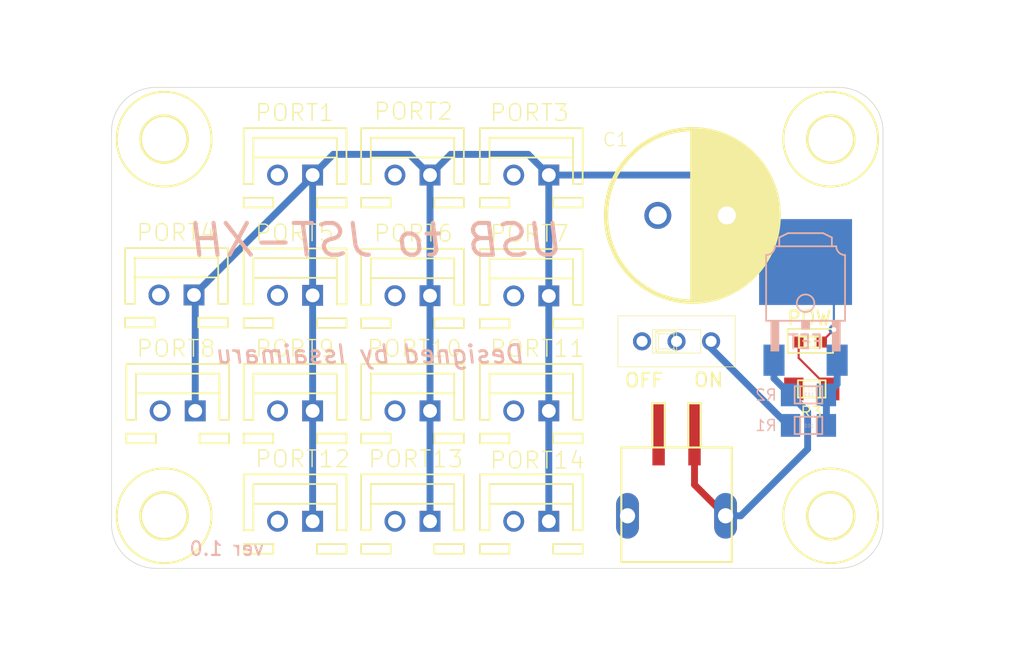
<source format=kicad_pcb>
(kicad_pcb (version 20171130) (host pcbnew "(5.1.10)-1")

  (general
    (thickness 1.6)
    (drawings 22)
    (tracks 42)
    (zones 0)
    (modules 26)
    (nets 7)
  )

  (page A4)
  (layers
    (0 Top signal)
    (31 Bottom signal)
    (32 B.Adhes user)
    (33 F.Adhes user)
    (34 B.Paste user)
    (35 F.Paste user)
    (36 B.SilkS user)
    (37 F.SilkS user)
    (38 B.Mask user)
    (39 F.Mask user)
    (40 Dwgs.User user)
    (41 Cmts.User user)
    (42 Eco1.User user)
    (43 Eco2.User user)
    (44 Edge.Cuts user)
    (45 Margin user)
    (46 B.CrtYd user)
    (47 F.CrtYd user)
    (48 B.Fab user)
    (49 F.Fab user)
  )

  (setup
    (last_trace_width 0.25)
    (trace_clearance 0.1524)
    (zone_clearance 0.508)
    (zone_45_only no)
    (trace_min 0.1524)
    (via_size 0.8)
    (via_drill 0.4)
    (via_min_size 0.4)
    (via_min_drill 0.3)
    (uvia_size 0.3)
    (uvia_drill 0.1)
    (uvias_allowed no)
    (uvia_min_size 0.2)
    (uvia_min_drill 0.1)
    (edge_width 0.05)
    (segment_width 0.2)
    (pcb_text_width 0.3)
    (pcb_text_size 1.5 1.5)
    (mod_edge_width 0.12)
    (mod_text_size 1 1)
    (mod_text_width 0.15)
    (pad_size 1.524 1.524)
    (pad_drill 0.762)
    (pad_to_mask_clearance 0)
    (aux_axis_origin 0 0)
    (visible_elements FFFFFF7F)
    (pcbplotparams
      (layerselection 0x010fc_ffffffff)
      (usegerberextensions false)
      (usegerberattributes true)
      (usegerberadvancedattributes true)
      (creategerberjobfile true)
      (excludeedgelayer true)
      (linewidth 0.100000)
      (plotframeref false)
      (viasonmask false)
      (mode 1)
      (useauxorigin false)
      (hpglpennumber 1)
      (hpglpenspeed 20)
      (hpglpendiameter 15.000000)
      (psnegative false)
      (psa4output false)
      (plotreference true)
      (plotvalue true)
      (plotinvisibletext false)
      (padsonsilk false)
      (subtractmaskfromsilk false)
      (outputformat 1)
      (mirror false)
      (drillshape 1)
      (scaleselection 1)
      (outputdirectory ""))
  )

  (net 0 "")
  (net 1 VCC)
  (net 2 GND)
  (net 3 N$1)
  (net 4 N$2)
  (net 5 SGND)
  (net 6 N$3)

  (net_class Default "This is the default net class."
    (clearance 0.1524)
    (trace_width 0.25)
    (via_dia 0.8)
    (via_drill 0.4)
    (uvia_dia 0.3)
    (uvia_drill 0.1)
    (add_net GND)
    (add_net N$1)
    (add_net N$2)
    (add_net N$3)
    (add_net SGND)
    (add_net VCC)
  )

  (module USB_JST-XH_Converter:B2B-XH (layer Top) (tedit 0) (tstamp 635F9F8E)
    (at 133.8611 93.9286)
    (descr "<b>JST XH Connector</b>\n\n<p>JST 2.54mm connector. Folded beam contact, box-shaped shrouded header, header with a boss, interchangeability, conformance to the HA terminal</p>\n\n<p>Datasheet: <a href=\"http://www.jst-mfg.com/product/pdf/eng/eXH.pdf\"> eXH.pdf</a></p>")
    (fp_text reference PORT1 (at -2.97 -3.81) (layer F.SilkS)
      (effects (font (size 1.2065 1.2065) (thickness 0.09652)) (justify left bottom))
    )
    (fp_text value 02-JST (at -1.27 3.81) (layer F.Fab) hide
      (effects (font (size 1.2065 1.2065) (thickness 0.1016)) (justify left bottom))
    )
    (fp_line (start 1.58 1.65) (end 1.58 2.35) (layer F.SilkS) (width 0.127))
    (fp_line (start 1.58 1.65) (end 3.72 1.65) (layer F.SilkS) (width 0.127))
    (fp_line (start 3.72 2.35) (end 3.72 1.65) (layer F.SilkS) (width 0.127))
    (fp_line (start 1.58 2.35) (end 3.72 2.35) (layer F.SilkS) (width 0.127))
    (fp_line (start -1.58 1.65) (end -1.58 2.35) (layer F.SilkS) (width 0.127))
    (fp_line (start 3.02 0.65) (end 3.72 0.65) (layer F.SilkS) (width 0.127))
    (fp_line (start -3.72 0.65) (end -3.02 0.65) (layer F.SilkS) (width 0.127))
    (fp_line (start -3.02 -1.27) (end 3.02 -1.27) (layer F.SilkS) (width 0.127))
    (fp_line (start -3.02 -1.27) (end -3.02 -2.7) (layer F.SilkS) (width 0.127))
    (fp_line (start -3.02 0.65) (end -3.02 -1.27) (layer F.SilkS) (width 0.127))
    (fp_line (start -1.58 1.65) (end -3.72 1.65) (layer F.SilkS) (width 0.127))
    (fp_line (start 3.02 -1.27) (end 3.02 0.65) (layer F.SilkS) (width 0.127))
    (fp_line (start 3.02 -2.7) (end 3.02 -1.27) (layer F.SilkS) (width 0.127))
    (fp_line (start -3.02 -2.7) (end 3.02 -2.7) (layer F.SilkS) (width 0.127))
    (fp_line (start -3.72 0.65) (end -3.72 -3.4) (layer F.SilkS) (width 0.127))
    (fp_line (start -3.72 2.35) (end -3.72 1.65) (layer F.SilkS) (width 0.127))
    (fp_line (start -1.58 2.35) (end -3.72 2.35) (layer F.SilkS) (width 0.127))
    (fp_line (start 3.72 -3.4) (end 3.72 0.65) (layer F.SilkS) (width 0.127))
    (fp_line (start -3.72 -3.4) (end 3.72 -3.4) (layer F.SilkS) (width 0.127))
    (pad 1 thru_hole rect (at 1.27 0) (size 1.508 1.508) (drill 1) (layers *.Cu *.Mask)
      (net 5 SGND) (solder_mask_margin 0.1016))
    (pad 2 thru_hole circle (at -1.27 0) (size 1.508 1.508) (drill 1) (layers *.Cu *.Mask)
      (net 1 VCC) (solder_mask_margin 0.1016))
  )

  (module USB_JST-XH_Converter:B2B-XH (layer Top) (tedit 0) (tstamp 635F9FA6)
    (at 142.3611 111.0186)
    (descr "<b>JST XH Connector</b>\n\n<p>JST 2.54mm connector. Folded beam contact, box-shaped shrouded header, header with a boss, interchangeability, conformance to the HA terminal</p>\n\n<p>Datasheet: <a href=\"http://www.jst-mfg.com/product/pdf/eng/eXH.pdf\"> eXH.pdf</a></p>")
    (fp_text reference PORT10 (at -3.37 -3.81) (layer F.SilkS)
      (effects (font (size 1.2065 1.2065) (thickness 0.09652)) (justify left bottom))
    )
    (fp_text value 02-JST (at -1.27 3.81) (layer F.Fab) hide
      (effects (font (size 1.2065 1.2065) (thickness 0.1016)) (justify left bottom))
    )
    (fp_line (start 1.58 1.65) (end 1.58 2.35) (layer F.SilkS) (width 0.127))
    (fp_line (start 1.58 1.65) (end 3.72 1.65) (layer F.SilkS) (width 0.127))
    (fp_line (start 3.72 2.35) (end 3.72 1.65) (layer F.SilkS) (width 0.127))
    (fp_line (start 1.58 2.35) (end 3.72 2.35) (layer F.SilkS) (width 0.127))
    (fp_line (start -1.58 1.65) (end -1.58 2.35) (layer F.SilkS) (width 0.127))
    (fp_line (start 3.02 0.65) (end 3.72 0.65) (layer F.SilkS) (width 0.127))
    (fp_line (start -3.72 0.65) (end -3.02 0.65) (layer F.SilkS) (width 0.127))
    (fp_line (start -3.02 -1.27) (end 3.02 -1.27) (layer F.SilkS) (width 0.127))
    (fp_line (start -3.02 -1.27) (end -3.02 -2.7) (layer F.SilkS) (width 0.127))
    (fp_line (start -3.02 0.65) (end -3.02 -1.27) (layer F.SilkS) (width 0.127))
    (fp_line (start -1.58 1.65) (end -3.72 1.65) (layer F.SilkS) (width 0.127))
    (fp_line (start 3.02 -1.27) (end 3.02 0.65) (layer F.SilkS) (width 0.127))
    (fp_line (start 3.02 -2.7) (end 3.02 -1.27) (layer F.SilkS) (width 0.127))
    (fp_line (start -3.02 -2.7) (end 3.02 -2.7) (layer F.SilkS) (width 0.127))
    (fp_line (start -3.72 0.65) (end -3.72 -3.4) (layer F.SilkS) (width 0.127))
    (fp_line (start -3.72 2.35) (end -3.72 1.65) (layer F.SilkS) (width 0.127))
    (fp_line (start -1.58 2.35) (end -3.72 2.35) (layer F.SilkS) (width 0.127))
    (fp_line (start 3.72 -3.4) (end 3.72 0.65) (layer F.SilkS) (width 0.127))
    (fp_line (start -3.72 -3.4) (end 3.72 -3.4) (layer F.SilkS) (width 0.127))
    (pad 1 thru_hole rect (at 1.27 0) (size 1.508 1.508) (drill 1) (layers *.Cu *.Mask)
      (net 5 SGND) (solder_mask_margin 0.1016))
    (pad 2 thru_hole circle (at -1.27 0) (size 1.508 1.508) (drill 1) (layers *.Cu *.Mask)
      (net 1 VCC) (solder_mask_margin 0.1016))
  )

  (module USB_JST-XH_Converter:B2B-XH (layer Top) (tedit 0) (tstamp 635F9FBE)
    (at 150.9611 111.0186)
    (descr "<b>JST XH Connector</b>\n\n<p>JST 2.54mm connector. Folded beam contact, box-shaped shrouded header, header with a boss, interchangeability, conformance to the HA terminal</p>\n\n<p>Datasheet: <a href=\"http://www.jst-mfg.com/product/pdf/eng/eXH.pdf\"> eXH.pdf</a></p>")
    (fp_text reference PORT11 (at -3.07 -3.81) (layer F.SilkS)
      (effects (font (size 1.2065 1.2065) (thickness 0.09652)) (justify left bottom))
    )
    (fp_text value 02-JST (at -1.27 3.81) (layer F.Fab) hide
      (effects (font (size 1.2065 1.2065) (thickness 0.1016)) (justify left bottom))
    )
    (fp_line (start 1.58 1.65) (end 1.58 2.35) (layer F.SilkS) (width 0.127))
    (fp_line (start 1.58 1.65) (end 3.72 1.65) (layer F.SilkS) (width 0.127))
    (fp_line (start 3.72 2.35) (end 3.72 1.65) (layer F.SilkS) (width 0.127))
    (fp_line (start 1.58 2.35) (end 3.72 2.35) (layer F.SilkS) (width 0.127))
    (fp_line (start -1.58 1.65) (end -1.58 2.35) (layer F.SilkS) (width 0.127))
    (fp_line (start 3.02 0.65) (end 3.72 0.65) (layer F.SilkS) (width 0.127))
    (fp_line (start -3.72 0.65) (end -3.02 0.65) (layer F.SilkS) (width 0.127))
    (fp_line (start -3.02 -1.27) (end 3.02 -1.27) (layer F.SilkS) (width 0.127))
    (fp_line (start -3.02 -1.27) (end -3.02 -2.7) (layer F.SilkS) (width 0.127))
    (fp_line (start -3.02 0.65) (end -3.02 -1.27) (layer F.SilkS) (width 0.127))
    (fp_line (start -1.58 1.65) (end -3.72 1.65) (layer F.SilkS) (width 0.127))
    (fp_line (start 3.02 -1.27) (end 3.02 0.65) (layer F.SilkS) (width 0.127))
    (fp_line (start 3.02 -2.7) (end 3.02 -1.27) (layer F.SilkS) (width 0.127))
    (fp_line (start -3.02 -2.7) (end 3.02 -2.7) (layer F.SilkS) (width 0.127))
    (fp_line (start -3.72 0.65) (end -3.72 -3.4) (layer F.SilkS) (width 0.127))
    (fp_line (start -3.72 2.35) (end -3.72 1.65) (layer F.SilkS) (width 0.127))
    (fp_line (start -1.58 2.35) (end -3.72 2.35) (layer F.SilkS) (width 0.127))
    (fp_line (start 3.72 -3.4) (end 3.72 0.65) (layer F.SilkS) (width 0.127))
    (fp_line (start -3.72 -3.4) (end 3.72 -3.4) (layer F.SilkS) (width 0.127))
    (pad 1 thru_hole rect (at 1.27 0) (size 1.508 1.508) (drill 1) (layers *.Cu *.Mask)
      (net 5 SGND) (solder_mask_margin 0.1016))
    (pad 2 thru_hole circle (at -1.27 0) (size 1.508 1.508) (drill 1) (layers *.Cu *.Mask)
      (net 1 VCC) (solder_mask_margin 0.1016))
  )

  (module USB_JST-XH_Converter:B2B-XH (layer Top) (tedit 0) (tstamp 635F9FD6)
    (at 133.8611 119.0186)
    (descr "<b>JST XH Connector</b>\n\n<p>JST 2.54mm connector. Folded beam contact, box-shaped shrouded header, header with a boss, interchangeability, conformance to the HA terminal</p>\n\n<p>Datasheet: <a href=\"http://www.jst-mfg.com/product/pdf/eng/eXH.pdf\"> eXH.pdf</a></p>")
    (fp_text reference PORT12 (at -2.97 -3.81) (layer F.SilkS)
      (effects (font (size 1.2065 1.2065) (thickness 0.09652)) (justify left bottom))
    )
    (fp_text value 02-JST (at -1.27 3.81) (layer F.Fab) hide
      (effects (font (size 1.2065 1.2065) (thickness 0.1016)) (justify left bottom))
    )
    (fp_line (start 1.58 1.65) (end 1.58 2.35) (layer F.SilkS) (width 0.127))
    (fp_line (start 1.58 1.65) (end 3.72 1.65) (layer F.SilkS) (width 0.127))
    (fp_line (start 3.72 2.35) (end 3.72 1.65) (layer F.SilkS) (width 0.127))
    (fp_line (start 1.58 2.35) (end 3.72 2.35) (layer F.SilkS) (width 0.127))
    (fp_line (start -1.58 1.65) (end -1.58 2.35) (layer F.SilkS) (width 0.127))
    (fp_line (start 3.02 0.65) (end 3.72 0.65) (layer F.SilkS) (width 0.127))
    (fp_line (start -3.72 0.65) (end -3.02 0.65) (layer F.SilkS) (width 0.127))
    (fp_line (start -3.02 -1.27) (end 3.02 -1.27) (layer F.SilkS) (width 0.127))
    (fp_line (start -3.02 -1.27) (end -3.02 -2.7) (layer F.SilkS) (width 0.127))
    (fp_line (start -3.02 0.65) (end -3.02 -1.27) (layer F.SilkS) (width 0.127))
    (fp_line (start -1.58 1.65) (end -3.72 1.65) (layer F.SilkS) (width 0.127))
    (fp_line (start 3.02 -1.27) (end 3.02 0.65) (layer F.SilkS) (width 0.127))
    (fp_line (start 3.02 -2.7) (end 3.02 -1.27) (layer F.SilkS) (width 0.127))
    (fp_line (start -3.02 -2.7) (end 3.02 -2.7) (layer F.SilkS) (width 0.127))
    (fp_line (start -3.72 0.65) (end -3.72 -3.4) (layer F.SilkS) (width 0.127))
    (fp_line (start -3.72 2.35) (end -3.72 1.65) (layer F.SilkS) (width 0.127))
    (fp_line (start -1.58 2.35) (end -3.72 2.35) (layer F.SilkS) (width 0.127))
    (fp_line (start 3.72 -3.4) (end 3.72 0.65) (layer F.SilkS) (width 0.127))
    (fp_line (start -3.72 -3.4) (end 3.72 -3.4) (layer F.SilkS) (width 0.127))
    (pad 1 thru_hole rect (at 1.27 0) (size 1.508 1.508) (drill 1) (layers *.Cu *.Mask)
      (net 5 SGND) (solder_mask_margin 0.1016))
    (pad 2 thru_hole circle (at -1.27 0) (size 1.508 1.508) (drill 1) (layers *.Cu *.Mask)
      (net 1 VCC) (solder_mask_margin 0.1016))
  )

  (module USB_JST-XH_Converter:B2B-XH (layer Top) (tedit 0) (tstamp 635F9FEE)
    (at 142.3611 93.9286)
    (descr "<b>JST XH Connector</b>\n\n<p>JST 2.54mm connector. Folded beam contact, box-shaped shrouded header, header with a boss, interchangeability, conformance to the HA terminal</p>\n\n<p>Datasheet: <a href=\"http://www.jst-mfg.com/product/pdf/eng/eXH.pdf\"> eXH.pdf</a></p>")
    (fp_text reference PORT2 (at -2.87 -3.91) (layer F.SilkS)
      (effects (font (size 1.2065 1.2065) (thickness 0.09652)) (justify left bottom))
    )
    (fp_text value 02-JST (at -1.27 3.81) (layer F.Fab) hide
      (effects (font (size 1.2065 1.2065) (thickness 0.1016)) (justify left bottom))
    )
    (fp_line (start 1.58 1.65) (end 1.58 2.35) (layer F.SilkS) (width 0.127))
    (fp_line (start 1.58 1.65) (end 3.72 1.65) (layer F.SilkS) (width 0.127))
    (fp_line (start 3.72 2.35) (end 3.72 1.65) (layer F.SilkS) (width 0.127))
    (fp_line (start 1.58 2.35) (end 3.72 2.35) (layer F.SilkS) (width 0.127))
    (fp_line (start -1.58 1.65) (end -1.58 2.35) (layer F.SilkS) (width 0.127))
    (fp_line (start 3.02 0.65) (end 3.72 0.65) (layer F.SilkS) (width 0.127))
    (fp_line (start -3.72 0.65) (end -3.02 0.65) (layer F.SilkS) (width 0.127))
    (fp_line (start -3.02 -1.27) (end 3.02 -1.27) (layer F.SilkS) (width 0.127))
    (fp_line (start -3.02 -1.27) (end -3.02 -2.7) (layer F.SilkS) (width 0.127))
    (fp_line (start -3.02 0.65) (end -3.02 -1.27) (layer F.SilkS) (width 0.127))
    (fp_line (start -1.58 1.65) (end -3.72 1.65) (layer F.SilkS) (width 0.127))
    (fp_line (start 3.02 -1.27) (end 3.02 0.65) (layer F.SilkS) (width 0.127))
    (fp_line (start 3.02 -2.7) (end 3.02 -1.27) (layer F.SilkS) (width 0.127))
    (fp_line (start -3.02 -2.7) (end 3.02 -2.7) (layer F.SilkS) (width 0.127))
    (fp_line (start -3.72 0.65) (end -3.72 -3.4) (layer F.SilkS) (width 0.127))
    (fp_line (start -3.72 2.35) (end -3.72 1.65) (layer F.SilkS) (width 0.127))
    (fp_line (start -1.58 2.35) (end -3.72 2.35) (layer F.SilkS) (width 0.127))
    (fp_line (start 3.72 -3.4) (end 3.72 0.65) (layer F.SilkS) (width 0.127))
    (fp_line (start -3.72 -3.4) (end 3.72 -3.4) (layer F.SilkS) (width 0.127))
    (pad 1 thru_hole rect (at 1.27 0) (size 1.508 1.508) (drill 1) (layers *.Cu *.Mask)
      (net 5 SGND) (solder_mask_margin 0.1016))
    (pad 2 thru_hole circle (at -1.27 0) (size 1.508 1.508) (drill 1) (layers *.Cu *.Mask)
      (net 1 VCC) (solder_mask_margin 0.1016))
  )

  (module USB_JST-XH_Converter:B2B-XH (layer Top) (tedit 0) (tstamp 635FA006)
    (at 150.9611 93.9286)
    (descr "<b>JST XH Connector</b>\n\n<p>JST 2.54mm connector. Folded beam contact, box-shaped shrouded header, header with a boss, interchangeability, conformance to the HA terminal</p>\n\n<p>Datasheet: <a href=\"http://www.jst-mfg.com/product/pdf/eng/eXH.pdf\"> eXH.pdf</a></p>")
    (fp_text reference PORT3 (at -3.07 -3.81) (layer F.SilkS)
      (effects (font (size 1.2065 1.2065) (thickness 0.09652)) (justify left bottom))
    )
    (fp_text value 02-JST (at -1.27 3.81) (layer F.Fab) hide
      (effects (font (size 1.2065 1.2065) (thickness 0.1016)) (justify left bottom))
    )
    (fp_line (start 1.58 1.65) (end 1.58 2.35) (layer F.SilkS) (width 0.127))
    (fp_line (start 1.58 1.65) (end 3.72 1.65) (layer F.SilkS) (width 0.127))
    (fp_line (start 3.72 2.35) (end 3.72 1.65) (layer F.SilkS) (width 0.127))
    (fp_line (start 1.58 2.35) (end 3.72 2.35) (layer F.SilkS) (width 0.127))
    (fp_line (start -1.58 1.65) (end -1.58 2.35) (layer F.SilkS) (width 0.127))
    (fp_line (start 3.02 0.65) (end 3.72 0.65) (layer F.SilkS) (width 0.127))
    (fp_line (start -3.72 0.65) (end -3.02 0.65) (layer F.SilkS) (width 0.127))
    (fp_line (start -3.02 -1.27) (end 3.02 -1.27) (layer F.SilkS) (width 0.127))
    (fp_line (start -3.02 -1.27) (end -3.02 -2.7) (layer F.SilkS) (width 0.127))
    (fp_line (start -3.02 0.65) (end -3.02 -1.27) (layer F.SilkS) (width 0.127))
    (fp_line (start -1.58 1.65) (end -3.72 1.65) (layer F.SilkS) (width 0.127))
    (fp_line (start 3.02 -1.27) (end 3.02 0.65) (layer F.SilkS) (width 0.127))
    (fp_line (start 3.02 -2.7) (end 3.02 -1.27) (layer F.SilkS) (width 0.127))
    (fp_line (start -3.02 -2.7) (end 3.02 -2.7) (layer F.SilkS) (width 0.127))
    (fp_line (start -3.72 0.65) (end -3.72 -3.4) (layer F.SilkS) (width 0.127))
    (fp_line (start -3.72 2.35) (end -3.72 1.65) (layer F.SilkS) (width 0.127))
    (fp_line (start -1.58 2.35) (end -3.72 2.35) (layer F.SilkS) (width 0.127))
    (fp_line (start 3.72 -3.4) (end 3.72 0.65) (layer F.SilkS) (width 0.127))
    (fp_line (start -3.72 -3.4) (end 3.72 -3.4) (layer F.SilkS) (width 0.127))
    (pad 1 thru_hole rect (at 1.27 0) (size 1.508 1.508) (drill 1) (layers *.Cu *.Mask)
      (net 5 SGND) (solder_mask_margin 0.1016))
    (pad 2 thru_hole circle (at -1.27 0) (size 1.508 1.508) (drill 1) (layers *.Cu *.Mask)
      (net 1 VCC) (solder_mask_margin 0.1016))
  )

  (module USB_JST-XH_Converter:B2B-XH (layer Top) (tedit 0) (tstamp 635FA01E)
    (at 125.2711 102.6186)
    (descr "<b>JST XH Connector</b>\n\n<p>JST 2.54mm connector. Folded beam contact, box-shaped shrouded header, header with a boss, interchangeability, conformance to the HA terminal</p>\n\n<p>Datasheet: <a href=\"http://www.jst-mfg.com/product/pdf/eng/eXH.pdf\"> eXH.pdf</a></p>")
    (fp_text reference PORT4 (at -2.97 -3.81) (layer F.SilkS)
      (effects (font (size 1.2065 1.2065) (thickness 0.09652)) (justify left bottom))
    )
    (fp_text value 02-JST (at -1.27 3.81) (layer F.Fab) hide
      (effects (font (size 1.2065 1.2065) (thickness 0.1016)) (justify left bottom))
    )
    (fp_line (start 1.58 1.65) (end 1.58 2.35) (layer F.SilkS) (width 0.127))
    (fp_line (start 1.58 1.65) (end 3.72 1.65) (layer F.SilkS) (width 0.127))
    (fp_line (start 3.72 2.35) (end 3.72 1.65) (layer F.SilkS) (width 0.127))
    (fp_line (start 1.58 2.35) (end 3.72 2.35) (layer F.SilkS) (width 0.127))
    (fp_line (start -1.58 1.65) (end -1.58 2.35) (layer F.SilkS) (width 0.127))
    (fp_line (start 3.02 0.65) (end 3.72 0.65) (layer F.SilkS) (width 0.127))
    (fp_line (start -3.72 0.65) (end -3.02 0.65) (layer F.SilkS) (width 0.127))
    (fp_line (start -3.02 -1.27) (end 3.02 -1.27) (layer F.SilkS) (width 0.127))
    (fp_line (start -3.02 -1.27) (end -3.02 -2.7) (layer F.SilkS) (width 0.127))
    (fp_line (start -3.02 0.65) (end -3.02 -1.27) (layer F.SilkS) (width 0.127))
    (fp_line (start -1.58 1.65) (end -3.72 1.65) (layer F.SilkS) (width 0.127))
    (fp_line (start 3.02 -1.27) (end 3.02 0.65) (layer F.SilkS) (width 0.127))
    (fp_line (start 3.02 -2.7) (end 3.02 -1.27) (layer F.SilkS) (width 0.127))
    (fp_line (start -3.02 -2.7) (end 3.02 -2.7) (layer F.SilkS) (width 0.127))
    (fp_line (start -3.72 0.65) (end -3.72 -3.4) (layer F.SilkS) (width 0.127))
    (fp_line (start -3.72 2.35) (end -3.72 1.65) (layer F.SilkS) (width 0.127))
    (fp_line (start -1.58 2.35) (end -3.72 2.35) (layer F.SilkS) (width 0.127))
    (fp_line (start 3.72 -3.4) (end 3.72 0.65) (layer F.SilkS) (width 0.127))
    (fp_line (start -3.72 -3.4) (end 3.72 -3.4) (layer F.SilkS) (width 0.127))
    (pad 1 thru_hole rect (at 1.27 0) (size 1.508 1.508) (drill 1) (layers *.Cu *.Mask)
      (net 5 SGND) (solder_mask_margin 0.1016))
    (pad 2 thru_hole circle (at -1.27 0) (size 1.508 1.508) (drill 1) (layers *.Cu *.Mask)
      (net 1 VCC) (solder_mask_margin 0.1016))
  )

  (module USB_JST-XH_Converter:B2B-XH (layer Top) (tedit 0) (tstamp 635FA036)
    (at 133.8611 102.6486)
    (descr "<b>JST XH Connector</b>\n\n<p>JST 2.54mm connector. Folded beam contact, box-shaped shrouded header, header with a boss, interchangeability, conformance to the HA terminal</p>\n\n<p>Datasheet: <a href=\"http://www.jst-mfg.com/product/pdf/eng/eXH.pdf\"> eXH.pdf</a></p>")
    (fp_text reference PORT5 (at -2.97 -3.81) (layer F.SilkS)
      (effects (font (size 1.2065 1.2065) (thickness 0.09652)) (justify left bottom))
    )
    (fp_text value 02-JST (at -1.27 3.81) (layer F.Fab) hide
      (effects (font (size 1.2065 1.2065) (thickness 0.1016)) (justify left bottom))
    )
    (fp_line (start 1.58 1.65) (end 1.58 2.35) (layer F.SilkS) (width 0.127))
    (fp_line (start 1.58 1.65) (end 3.72 1.65) (layer F.SilkS) (width 0.127))
    (fp_line (start 3.72 2.35) (end 3.72 1.65) (layer F.SilkS) (width 0.127))
    (fp_line (start 1.58 2.35) (end 3.72 2.35) (layer F.SilkS) (width 0.127))
    (fp_line (start -1.58 1.65) (end -1.58 2.35) (layer F.SilkS) (width 0.127))
    (fp_line (start 3.02 0.65) (end 3.72 0.65) (layer F.SilkS) (width 0.127))
    (fp_line (start -3.72 0.65) (end -3.02 0.65) (layer F.SilkS) (width 0.127))
    (fp_line (start -3.02 -1.27) (end 3.02 -1.27) (layer F.SilkS) (width 0.127))
    (fp_line (start -3.02 -1.27) (end -3.02 -2.7) (layer F.SilkS) (width 0.127))
    (fp_line (start -3.02 0.65) (end -3.02 -1.27) (layer F.SilkS) (width 0.127))
    (fp_line (start -1.58 1.65) (end -3.72 1.65) (layer F.SilkS) (width 0.127))
    (fp_line (start 3.02 -1.27) (end 3.02 0.65) (layer F.SilkS) (width 0.127))
    (fp_line (start 3.02 -2.7) (end 3.02 -1.27) (layer F.SilkS) (width 0.127))
    (fp_line (start -3.02 -2.7) (end 3.02 -2.7) (layer F.SilkS) (width 0.127))
    (fp_line (start -3.72 0.65) (end -3.72 -3.4) (layer F.SilkS) (width 0.127))
    (fp_line (start -3.72 2.35) (end -3.72 1.65) (layer F.SilkS) (width 0.127))
    (fp_line (start -1.58 2.35) (end -3.72 2.35) (layer F.SilkS) (width 0.127))
    (fp_line (start 3.72 -3.4) (end 3.72 0.65) (layer F.SilkS) (width 0.127))
    (fp_line (start -3.72 -3.4) (end 3.72 -3.4) (layer F.SilkS) (width 0.127))
    (pad 1 thru_hole rect (at 1.27 0) (size 1.508 1.508) (drill 1) (layers *.Cu *.Mask)
      (net 5 SGND) (solder_mask_margin 0.1016))
    (pad 2 thru_hole circle (at -1.27 0) (size 1.508 1.508) (drill 1) (layers *.Cu *.Mask)
      (net 1 VCC) (solder_mask_margin 0.1016))
  )

  (module USB_JST-XH_Converter:B2B-XH (layer Top) (tedit 0) (tstamp 635FA04E)
    (at 142.3611 102.6686)
    (descr "<b>JST XH Connector</b>\n\n<p>JST 2.54mm connector. Folded beam contact, box-shaped shrouded header, header with a boss, interchangeability, conformance to the HA terminal</p>\n\n<p>Datasheet: <a href=\"http://www.jst-mfg.com/product/pdf/eng/eXH.pdf\"> eXH.pdf</a></p>")
    (fp_text reference PORT6 (at -2.87 -3.81) (layer F.SilkS)
      (effects (font (size 1.2065 1.2065) (thickness 0.09652)) (justify left bottom))
    )
    (fp_text value 02-JST (at -1.27 3.81) (layer F.Fab) hide
      (effects (font (size 1.2065 1.2065) (thickness 0.1016)) (justify left bottom))
    )
    (fp_line (start 1.58 1.65) (end 1.58 2.35) (layer F.SilkS) (width 0.127))
    (fp_line (start 1.58 1.65) (end 3.72 1.65) (layer F.SilkS) (width 0.127))
    (fp_line (start 3.72 2.35) (end 3.72 1.65) (layer F.SilkS) (width 0.127))
    (fp_line (start 1.58 2.35) (end 3.72 2.35) (layer F.SilkS) (width 0.127))
    (fp_line (start -1.58 1.65) (end -1.58 2.35) (layer F.SilkS) (width 0.127))
    (fp_line (start 3.02 0.65) (end 3.72 0.65) (layer F.SilkS) (width 0.127))
    (fp_line (start -3.72 0.65) (end -3.02 0.65) (layer F.SilkS) (width 0.127))
    (fp_line (start -3.02 -1.27) (end 3.02 -1.27) (layer F.SilkS) (width 0.127))
    (fp_line (start -3.02 -1.27) (end -3.02 -2.7) (layer F.SilkS) (width 0.127))
    (fp_line (start -3.02 0.65) (end -3.02 -1.27) (layer F.SilkS) (width 0.127))
    (fp_line (start -1.58 1.65) (end -3.72 1.65) (layer F.SilkS) (width 0.127))
    (fp_line (start 3.02 -1.27) (end 3.02 0.65) (layer F.SilkS) (width 0.127))
    (fp_line (start 3.02 -2.7) (end 3.02 -1.27) (layer F.SilkS) (width 0.127))
    (fp_line (start -3.02 -2.7) (end 3.02 -2.7) (layer F.SilkS) (width 0.127))
    (fp_line (start -3.72 0.65) (end -3.72 -3.4) (layer F.SilkS) (width 0.127))
    (fp_line (start -3.72 2.35) (end -3.72 1.65) (layer F.SilkS) (width 0.127))
    (fp_line (start -1.58 2.35) (end -3.72 2.35) (layer F.SilkS) (width 0.127))
    (fp_line (start 3.72 -3.4) (end 3.72 0.65) (layer F.SilkS) (width 0.127))
    (fp_line (start -3.72 -3.4) (end 3.72 -3.4) (layer F.SilkS) (width 0.127))
    (pad 1 thru_hole rect (at 1.27 0) (size 1.508 1.508) (drill 1) (layers *.Cu *.Mask)
      (net 5 SGND) (solder_mask_margin 0.1016))
    (pad 2 thru_hole circle (at -1.27 0) (size 1.508 1.508) (drill 1) (layers *.Cu *.Mask)
      (net 1 VCC) (solder_mask_margin 0.1016))
  )

  (module USB_JST-XH_Converter:B2B-XH (layer Top) (tedit 0) (tstamp 635FA066)
    (at 150.9611 102.6886)
    (descr "<b>JST XH Connector</b>\n\n<p>JST 2.54mm connector. Folded beam contact, box-shaped shrouded header, header with a boss, interchangeability, conformance to the HA terminal</p>\n\n<p>Datasheet: <a href=\"http://www.jst-mfg.com/product/pdf/eng/eXH.pdf\"> eXH.pdf</a></p>")
    (fp_text reference PORT7 (at -3.07 -3.81) (layer F.SilkS)
      (effects (font (size 1.2065 1.2065) (thickness 0.09652)) (justify left bottom))
    )
    (fp_text value 02-JST (at -1.27 3.81) (layer F.Fab) hide
      (effects (font (size 1.2065 1.2065) (thickness 0.1016)) (justify left bottom))
    )
    (fp_line (start 1.58 1.65) (end 1.58 2.35) (layer F.SilkS) (width 0.127))
    (fp_line (start 1.58 1.65) (end 3.72 1.65) (layer F.SilkS) (width 0.127))
    (fp_line (start 3.72 2.35) (end 3.72 1.65) (layer F.SilkS) (width 0.127))
    (fp_line (start 1.58 2.35) (end 3.72 2.35) (layer F.SilkS) (width 0.127))
    (fp_line (start -1.58 1.65) (end -1.58 2.35) (layer F.SilkS) (width 0.127))
    (fp_line (start 3.02 0.65) (end 3.72 0.65) (layer F.SilkS) (width 0.127))
    (fp_line (start -3.72 0.65) (end -3.02 0.65) (layer F.SilkS) (width 0.127))
    (fp_line (start -3.02 -1.27) (end 3.02 -1.27) (layer F.SilkS) (width 0.127))
    (fp_line (start -3.02 -1.27) (end -3.02 -2.7) (layer F.SilkS) (width 0.127))
    (fp_line (start -3.02 0.65) (end -3.02 -1.27) (layer F.SilkS) (width 0.127))
    (fp_line (start -1.58 1.65) (end -3.72 1.65) (layer F.SilkS) (width 0.127))
    (fp_line (start 3.02 -1.27) (end 3.02 0.65) (layer F.SilkS) (width 0.127))
    (fp_line (start 3.02 -2.7) (end 3.02 -1.27) (layer F.SilkS) (width 0.127))
    (fp_line (start -3.02 -2.7) (end 3.02 -2.7) (layer F.SilkS) (width 0.127))
    (fp_line (start -3.72 0.65) (end -3.72 -3.4) (layer F.SilkS) (width 0.127))
    (fp_line (start -3.72 2.35) (end -3.72 1.65) (layer F.SilkS) (width 0.127))
    (fp_line (start -1.58 2.35) (end -3.72 2.35) (layer F.SilkS) (width 0.127))
    (fp_line (start 3.72 -3.4) (end 3.72 0.65) (layer F.SilkS) (width 0.127))
    (fp_line (start -3.72 -3.4) (end 3.72 -3.4) (layer F.SilkS) (width 0.127))
    (pad 1 thru_hole rect (at 1.27 0) (size 1.508 1.508) (drill 1) (layers *.Cu *.Mask)
      (net 5 SGND) (solder_mask_margin 0.1016))
    (pad 2 thru_hole circle (at -1.27 0) (size 1.508 1.508) (drill 1) (layers *.Cu *.Mask)
      (net 1 VCC) (solder_mask_margin 0.1016))
  )

  (module USB_JST-XH_Converter:B2B-XH (layer Top) (tedit 0) (tstamp 635FA07E)
    (at 125.3611 111.0186)
    (descr "<b>JST XH Connector</b>\n\n<p>JST 2.54mm connector. Folded beam contact, box-shaped shrouded header, header with a boss, interchangeability, conformance to the HA terminal</p>\n\n<p>Datasheet: <a href=\"http://www.jst-mfg.com/product/pdf/eng/eXH.pdf\"> eXH.pdf</a></p>")
    (fp_text reference PORT8 (at -3.06 -3.81) (layer F.SilkS)
      (effects (font (size 1.2065 1.2065) (thickness 0.09652)) (justify left bottom))
    )
    (fp_text value 02-JST (at -1.27 3.81) (layer F.Fab) hide
      (effects (font (size 1.2065 1.2065) (thickness 0.1016)) (justify left bottom))
    )
    (fp_line (start 1.58 1.65) (end 1.58 2.35) (layer F.SilkS) (width 0.127))
    (fp_line (start 1.58 1.65) (end 3.72 1.65) (layer F.SilkS) (width 0.127))
    (fp_line (start 3.72 2.35) (end 3.72 1.65) (layer F.SilkS) (width 0.127))
    (fp_line (start 1.58 2.35) (end 3.72 2.35) (layer F.SilkS) (width 0.127))
    (fp_line (start -1.58 1.65) (end -1.58 2.35) (layer F.SilkS) (width 0.127))
    (fp_line (start 3.02 0.65) (end 3.72 0.65) (layer F.SilkS) (width 0.127))
    (fp_line (start -3.72 0.65) (end -3.02 0.65) (layer F.SilkS) (width 0.127))
    (fp_line (start -3.02 -1.27) (end 3.02 -1.27) (layer F.SilkS) (width 0.127))
    (fp_line (start -3.02 -1.27) (end -3.02 -2.7) (layer F.SilkS) (width 0.127))
    (fp_line (start -3.02 0.65) (end -3.02 -1.27) (layer F.SilkS) (width 0.127))
    (fp_line (start -1.58 1.65) (end -3.72 1.65) (layer F.SilkS) (width 0.127))
    (fp_line (start 3.02 -1.27) (end 3.02 0.65) (layer F.SilkS) (width 0.127))
    (fp_line (start 3.02 -2.7) (end 3.02 -1.27) (layer F.SilkS) (width 0.127))
    (fp_line (start -3.02 -2.7) (end 3.02 -2.7) (layer F.SilkS) (width 0.127))
    (fp_line (start -3.72 0.65) (end -3.72 -3.4) (layer F.SilkS) (width 0.127))
    (fp_line (start -3.72 2.35) (end -3.72 1.65) (layer F.SilkS) (width 0.127))
    (fp_line (start -1.58 2.35) (end -3.72 2.35) (layer F.SilkS) (width 0.127))
    (fp_line (start 3.72 -3.4) (end 3.72 0.65) (layer F.SilkS) (width 0.127))
    (fp_line (start -3.72 -3.4) (end 3.72 -3.4) (layer F.SilkS) (width 0.127))
    (pad 1 thru_hole rect (at 1.27 0) (size 1.508 1.508) (drill 1) (layers *.Cu *.Mask)
      (net 5 SGND) (solder_mask_margin 0.1016))
    (pad 2 thru_hole circle (at -1.27 0) (size 1.508 1.508) (drill 1) (layers *.Cu *.Mask)
      (net 1 VCC) (solder_mask_margin 0.1016))
  )

  (module USB_JST-XH_Converter:B2B-XH (layer Top) (tedit 0) (tstamp 635FA096)
    (at 133.8611 111.0186)
    (descr "<b>JST XH Connector</b>\n\n<p>JST 2.54mm connector. Folded beam contact, box-shaped shrouded header, header with a boss, interchangeability, conformance to the HA terminal</p>\n\n<p>Datasheet: <a href=\"http://www.jst-mfg.com/product/pdf/eng/eXH.pdf\"> eXH.pdf</a></p>")
    (fp_text reference PORT9 (at -2.97 -3.81) (layer F.SilkS)
      (effects (font (size 1.2065 1.2065) (thickness 0.09652)) (justify left bottom))
    )
    (fp_text value 02-JST (at -1.27 3.81) (layer F.Fab) hide
      (effects (font (size 1.2065 1.2065) (thickness 0.1016)) (justify left bottom))
    )
    (fp_line (start 1.58 1.65) (end 1.58 2.35) (layer F.SilkS) (width 0.127))
    (fp_line (start 1.58 1.65) (end 3.72 1.65) (layer F.SilkS) (width 0.127))
    (fp_line (start 3.72 2.35) (end 3.72 1.65) (layer F.SilkS) (width 0.127))
    (fp_line (start 1.58 2.35) (end 3.72 2.35) (layer F.SilkS) (width 0.127))
    (fp_line (start -1.58 1.65) (end -1.58 2.35) (layer F.SilkS) (width 0.127))
    (fp_line (start 3.02 0.65) (end 3.72 0.65) (layer F.SilkS) (width 0.127))
    (fp_line (start -3.72 0.65) (end -3.02 0.65) (layer F.SilkS) (width 0.127))
    (fp_line (start -3.02 -1.27) (end 3.02 -1.27) (layer F.SilkS) (width 0.127))
    (fp_line (start -3.02 -1.27) (end -3.02 -2.7) (layer F.SilkS) (width 0.127))
    (fp_line (start -3.02 0.65) (end -3.02 -1.27) (layer F.SilkS) (width 0.127))
    (fp_line (start -1.58 1.65) (end -3.72 1.65) (layer F.SilkS) (width 0.127))
    (fp_line (start 3.02 -1.27) (end 3.02 0.65) (layer F.SilkS) (width 0.127))
    (fp_line (start 3.02 -2.7) (end 3.02 -1.27) (layer F.SilkS) (width 0.127))
    (fp_line (start -3.02 -2.7) (end 3.02 -2.7) (layer F.SilkS) (width 0.127))
    (fp_line (start -3.72 0.65) (end -3.72 -3.4) (layer F.SilkS) (width 0.127))
    (fp_line (start -3.72 2.35) (end -3.72 1.65) (layer F.SilkS) (width 0.127))
    (fp_line (start -1.58 2.35) (end -3.72 2.35) (layer F.SilkS) (width 0.127))
    (fp_line (start 3.72 -3.4) (end 3.72 0.65) (layer F.SilkS) (width 0.127))
    (fp_line (start -3.72 -3.4) (end 3.72 -3.4) (layer F.SilkS) (width 0.127))
    (pad 1 thru_hole rect (at 1.27 0) (size 1.508 1.508) (drill 1) (layers *.Cu *.Mask)
      (net 5 SGND) (solder_mask_margin 0.1016))
    (pad 2 thru_hole circle (at -1.27 0) (size 1.508 1.508) (drill 1) (layers *.Cu *.Mask)
      (net 1 VCC) (solder_mask_margin 0.1016))
  )

  (module USB_JST-XH_Converter:USB_MICROB (layer Top) (tedit 0) (tstamp 635FA0AE)
    (at 161.4811 118.6186)
    (fp_text reference USB1 (at 0 0) (layer F.SilkS) hide
      (effects (font (size 1.27 1.27) (thickness 0.15)))
    )
    (fp_text value MICRO-USB (at 0 0) (layer F.SilkS) hide
      (effects (font (size 1.27 1.27) (thickness 0.15)))
    )
    (fp_line (start 1.75 -8.15) (end 1.75 -4.95) (layer F.SilkS) (width 0.1524))
    (fp_line (start 0.85 -8.15) (end 1.75 -8.15) (layer F.SilkS) (width 0.1524))
    (fp_line (start 0.85 -4.95) (end 0.85 -8.15) (layer F.SilkS) (width 0.1524))
    (fp_line (start -0.85 -8.15) (end -0.85 -4.95) (layer F.SilkS) (width 0.1524))
    (fp_line (start -1.75 -8.15) (end -0.85 -8.15) (layer F.SilkS) (width 0.1524))
    (fp_line (start -1.75 -4.95) (end -1.75 -8.15) (layer F.SilkS) (width 0.1524))
    (fp_line (start -1.75 -4.95) (end -4 -4.95) (layer F.SilkS) (width 0.1524))
    (fp_line (start -0.85 -4.95) (end -1.75 -4.95) (layer F.SilkS) (width 0.1524))
    (fp_line (start 0.85 -4.95) (end -0.85 -4.95) (layer F.SilkS) (width 0.1524))
    (fp_line (start 1.75 -4.95) (end 0.85 -4.95) (layer F.SilkS) (width 0.1524))
    (fp_line (start 4 -4.95) (end 1.75 -4.95) (layer F.SilkS) (width 0.1524))
    (fp_line (start 4 3.35) (end 4 -4.95) (layer F.SilkS) (width 0.1524))
    (fp_line (start -4 3.35) (end 4 3.35) (layer F.SilkS) (width 0.1524))
    (fp_line (start -4 -4.95) (end -4 3.35) (layer F.SilkS) (width 0.1524))
    (pad GND2 thru_hole oval (at 3.55 0 90) (size 3.3 1.65) (drill 1.1) (layers *.Cu *.Mask)
      (net 2 GND) (solder_mask_margin 0.1016))
    (pad GND1 thru_hole oval (at -3.55 0 90) (size 3.3 1.65) (drill 1.1) (layers *.Cu *.Mask)
      (net 2 GND) (solder_mask_margin 0.1016))
    (pad USB- smd rect (at 1.3 -5.9 90) (size 4.5 0.9) (layers Top F.Paste F.Mask)
      (net 2 GND) (solder_mask_margin 0.1016))
    (pad USB+ smd rect (at -1.3 -5.9 90) (size 4.5 0.9) (layers Top F.Paste F.Mask)
      (net 1 VCC) (solder_mask_margin 0.1016))
  )

  (module USB_JST-XH_Converter:SS-12D00G3 (layer Top) (tedit 0) (tstamp 635FA0C3)
    (at 161.4811 105.9786)
    (fp_text reference SW1 (at -4.191 -1.905) (layer F.SilkS) hide
      (effects (font (size 0.4826 0.4826) (thickness 0.04064)) (justify left bottom))
    )
    (fp_text value SS-12D00G3 (at 0 0) (layer F.SilkS) hide
      (effects (font (size 1.27 1.27) (thickness 0.15)))
    )
    (fp_line (start -0.2 0.55) (end 0 0.75) (layer F.SilkS) (width 0.05))
    (fp_line (start -0.2 -0.55) (end 0 -0.75) (layer F.SilkS) (width 0.05))
    (fp_line (start -1.3 0.55) (end -1.5 0.75) (layer F.SilkS) (width 0.05))
    (fp_line (start -1.3 -0.55) (end -1.5 -0.75) (layer F.SilkS) (width 0.05))
    (fp_line (start -0.2 -0.55) (end -1.3 -0.55) (layer F.SilkS) (width 0.05))
    (fp_line (start -0.2 0.55) (end -0.2 -0.55) (layer F.SilkS) (width 0.05))
    (fp_line (start -1.3 0.55) (end -0.2 0.55) (layer F.SilkS) (width 0.05))
    (fp_line (start -1.3 -0.55) (end -1.3 0.55) (layer F.SilkS) (width 0.05))
    (fp_line (start -1.5 -0.75) (end -1.5 0.75) (layer F.SilkS) (width 0.05))
    (fp_line (start 0 -0.75) (end -1.5 -0.75) (layer F.SilkS) (width 0.05))
    (fp_line (start 0 0.75) (end 0 -0.75) (layer F.SilkS) (width 0.05))
    (fp_line (start -1.5 0.75) (end 0 0.75) (layer F.SilkS) (width 0.05))
    (fp_line (start 1.75 -0.85) (end -1.75 -0.85) (layer F.SilkS) (width 0.05))
    (fp_line (start 1.75 0.85) (end 1.75 -0.85) (layer F.SilkS) (width 0.05))
    (fp_line (start -1.75 0.85) (end 1.75 0.85) (layer F.SilkS) (width 0.05))
    (fp_line (start -1.75 -0.85) (end -1.75 0.85) (layer F.SilkS) (width 0.05))
    (fp_line (start 4.25 -1.85) (end -4.25 -1.85) (layer F.SilkS) (width 0.05))
    (fp_line (start 4.25 1.85) (end 4.25 -1.85) (layer F.SilkS) (width 0.05))
    (fp_line (start -4.25 1.85) (end 4.25 1.85) (layer F.SilkS) (width 0.05))
    (fp_line (start -4.25 -1.85) (end -4.25 1.85) (layer F.SilkS) (width 0.05))
    (pad L thru_hole circle (at -2.5 0) (size 1.308 1.308) (drill 0.8) (layers *.Cu *.Mask)
      (solder_mask_margin 0.1016))
    (pad R thru_hole circle (at 2.5 0) (size 1.308 1.308) (drill 0.8) (layers *.Cu *.Mask)
      (net 3 N$1) (solder_mask_margin 0.1016))
    (pad C thru_hole circle (at 0 0) (size 1.308 1.308) (drill 0.8) (layers *.Cu *.Mask)
      (net 1 VCC) (solder_mask_margin 0.1016))
  )

  (module USB_JST-XH_Converter:TO-252AA (layer Bottom) (tedit 0) (tstamp 635FA0DD)
    (at 170.8221 107.3446 180)
    (fp_text reference FET-1 (at 0 0 180) (layer B.SilkS) hide
      (effects (font (size 1.27 1.27) (thickness 0.15)) (justify mirror))
    )
    (fp_text value IRLR6225 (at 0 0 180) (layer B.SilkS) hide
      (effects (font (size 1.27 1.27) (thickness 0.15)) (justify mirror))
    )
    (fp_circle (center 0 4.1275) (end 0.635 4.1275) (layer B.SilkS) (width 0.127))
    (fp_line (start 1.905 8.89) (end 1.905 8.255) (layer B.SilkS) (width 0.127))
    (fp_line (start 1.27 9.2075) (end 1.905 8.89) (layer B.SilkS) (width 0.127))
    (fp_line (start -1.27 9.2075) (end 1.27 9.2075) (layer B.SilkS) (width 0.127))
    (fp_line (start -1.905 8.89) (end -1.27 9.2075) (layer B.SilkS) (width 0.127))
    (fp_line (start -1.905 8.255) (end -1.905 8.89) (layer B.SilkS) (width 0.127))
    (fp_line (start -2.8575 7.62) (end -2.8575 2.8575) (layer B.SilkS) (width 0.127))
    (fp_arc (start -2.8575 8.255) (end -2.2225 8.255) (angle -90) (layer B.SilkS) (width 0.127))
    (fp_line (start -1.905 8.255) (end -2.2225 8.255) (layer B.SilkS) (width 0.127))
    (fp_line (start 1.905 8.255) (end -1.905 8.255) (layer B.SilkS) (width 0.127))
    (fp_line (start 2.2225 8.255) (end 1.905 8.255) (layer B.SilkS) (width 0.127))
    (fp_arc (start 2.8575 8.255) (end 2.8575 7.62) (angle -90) (layer B.SilkS) (width 0.127))
    (fp_line (start 2.8575 2.8575) (end 2.8575 7.62) (layer B.SilkS) (width 0.127))
    (fp_line (start -2.8575 2.8575) (end 2.8575 2.8575) (layer B.SilkS) (width 0.127))
    (fp_poly (pts (xy -0.3175 2.8575) (xy -0.3175 2.2225) (xy 0.3175 2.2225) (xy 0.3175 2.8575)) (layer B.SilkS) (width 0))
    (fp_poly (pts (xy 1.905 2.8575) (xy 1.905 0.635) (xy 2.54 0.635) (xy 2.54 2.8575)) (layer B.SilkS) (width 0))
    (fp_poly (pts (xy -2.54 2.8575) (xy -2.54 0.635) (xy -1.905 0.635) (xy -1.905 2.8575)) (layer B.SilkS) (width 0))
    (pad D smd rect (at 0 7.112 180) (size 6.731 6.223) (layers Bottom B.Paste B.Mask)
      (net 5 SGND) (solder_mask_margin 0.1016) (zone_connect 2))
    (pad S smd rect (at 2.286 0 90) (size 2.2606 1.524) (layers Bottom B.Paste B.Mask)
      (net 2 GND) (solder_mask_margin 0.1016) (zone_connect 2))
    (pad G smd rect (at -2.286 0 90) (size 2.2606 1.524) (layers Bottom B.Paste B.Mask)
      (net 4 N$2) (solder_mask_margin 0.1016))
  )

  (module USB_JST-XH_Converter:RG2012 (layer Bottom) (tedit 0) (tstamp 635FA0F4)
    (at 172.3311 112.0686 180)
    (fp_text reference R1 (at 5.2211 -0.4714) (layer B.SilkS)
      (effects (font (size 0.8 0.8) (thickness 0.1)) (justify right bottom mirror))
    )
    (fp_text value RG2012Q-100-D-T5 (at 0 0 180) (layer B.SilkS) hide
      (effects (font (size 1.27 1.27) (thickness 0.15)) (justify mirror))
    )
    (fp_text user 100 (at 1.6111 -0.1714 180) (layer B.SilkS)
      (effects (font (size 0.2413 0.2413) (thickness 0.02032)) (justify right bottom mirror))
    )
    (fp_line (start 1.9 0.625) (end 1.9 -0.625) (layer B.SilkS) (width 0.127))
    (fp_line (start 0.7 0.625) (end 0.7 -0.625) (layer B.SilkS) (width 0.127))
    (fp_line (start 0.3 0.625) (end 0.3 -0.625) (layer B.SilkS) (width 0.127))
    (fp_line (start 0.7 0.625) (end 0.3 0.625) (layer B.SilkS) (width 0.127))
    (fp_line (start 1.9 0.625) (end 0.7 0.625) (layer B.SilkS) (width 0.127))
    (fp_line (start 2.3 0.625) (end 1.9 0.625) (layer B.SilkS) (width 0.127))
    (fp_line (start 2.3 -0.625) (end 2.3 0.625) (layer B.SilkS) (width 0.127))
    (fp_line (start 1.9 -0.625) (end 2.3 -0.625) (layer B.SilkS) (width 0.127))
    (fp_line (start 0.7 -0.625) (end 1.9 -0.625) (layer B.SilkS) (width 0.127))
    (fp_line (start 0.3 -0.625) (end 0.7 -0.625) (layer B.SilkS) (width 0.127))
    (pad RIGHT smd rect (at 2.6 0 180) (size 1.4 1.65) (layers Bottom B.Paste B.Mask)
      (net 3 N$1) (solder_mask_margin 0.1016))
    (pad LEFT smd rect (at 0 0 180) (size 1.4 1.65) (layers Bottom B.Paste B.Mask)
      (net 4 N$2) (solder_mask_margin 0.1016))
  )

  (module USB_JST-XH_Converter:RG2012 (layer Bottom) (tedit 0) (tstamp 635FA104)
    (at 172.3311 109.8586 180)
    (fp_text reference R2 (at 5.2211 -0.4814) (layer B.SilkS)
      (effects (font (size 0.8 0.8) (thickness 0.1)) (justify right bottom mirror))
    )
    (fp_text value RG2012 (at 0 0 180) (layer B.SilkS) hide
      (effects (font (size 1.27 1.27) (thickness 0.15)) (justify mirror))
    )
    (fp_text user 103 (at 1.6111 -0.1214 180) (layer B.SilkS)
      (effects (font (size 0.2413 0.2413) (thickness 0.02032)) (justify right bottom mirror))
    )
    (fp_line (start 1.9 0.625) (end 1.9 -0.625) (layer B.SilkS) (width 0.127))
    (fp_line (start 0.7 0.625) (end 0.7 -0.625) (layer B.SilkS) (width 0.127))
    (fp_line (start 0.3 0.625) (end 0.3 -0.625) (layer B.SilkS) (width 0.127))
    (fp_line (start 0.7 0.625) (end 0.3 0.625) (layer B.SilkS) (width 0.127))
    (fp_line (start 1.9 0.625) (end 0.7 0.625) (layer B.SilkS) (width 0.127))
    (fp_line (start 2.3 0.625) (end 1.9 0.625) (layer B.SilkS) (width 0.127))
    (fp_line (start 2.3 -0.625) (end 2.3 0.625) (layer B.SilkS) (width 0.127))
    (fp_line (start 1.9 -0.625) (end 2.3 -0.625) (layer B.SilkS) (width 0.127))
    (fp_line (start 0.7 -0.625) (end 1.9 -0.625) (layer B.SilkS) (width 0.127))
    (fp_line (start 0.3 -0.625) (end 0.7 -0.625) (layer B.SilkS) (width 0.127))
    (pad RIGHT smd rect (at 2.6 0 180) (size 1.4 1.65) (layers Bottom B.Paste B.Mask)
      (net 2 GND) (solder_mask_margin 0.1016))
    (pad LEFT smd rect (at 0 0 180) (size 1.4 1.65) (layers Bottom B.Paste B.Mask)
      (net 4 N$2) (solder_mask_margin 0.1016))
  )

  (module USB_JST-XH_Converter:470UF25V (layer Top) (tedit 0) (tstamp 635FA114)
    (at 162.6241 96.8536 90)
    (fp_text reference C1 (at 0 0 90) (layer F.SilkS) hide
      (effects (font (size 1.27 1.27) (thickness 0.15)))
    )
    (fp_text value 470UF50V_NICHICON (at 0 0 90) (layer F.SilkS) hide
      (effects (font (size 1.27 1.27) (thickness 0.15)))
    )
    (fp_poly (pts (xy -6.2 0) (xy 6.2 0) (xy 6.2 0.5) (xy 6.1 0.9)
      (xy 6.1 1.2) (xy 6 1.6) (xy 5.6 2.6) (xy 5.1 3.6)
      (xy 4.7 4.1) (xy 4.2 4.6) (xy 3.6 5.1) (xy 2.5 5.7)
      (xy 1.4 6.1) (xy 0.8 6.2) (xy -0.2 6.2) (xy -0.9 6.1)
      (xy -2 5.9) (xy -3.2 5.3) (xy -3.8 4.9) (xy -4.8 4)
      (xy -5.3 3.3) (xy -5.6 2.7) (xy -6 1.4) (xy -6.1 0.8)
      (xy -6.2 0.4)) (layer F.SilkS) (width 0))
    (fp_line (start -6.2 0) (end 6.2 0) (layer F.SilkS) (width 0.3175))
    (fp_circle (center 0 0) (end 6.25 0) (layer F.SilkS) (width 0.3175))
    (pad C- thru_hole circle (at 0 2.5 90) (size 1.95 1.95) (drill 1.3) (layers *.Cu *.Mask)
      (net 2 GND) (solder_mask_margin 0.1016))
    (pad C+ thru_hole circle (at 0 -2.5 90) (size 1.95 1.95) (drill 1.3) (layers *.Cu *.Mask)
      (net 1 VCC) (solder_mask_margin 0.1016))
  )

  (module USB_JST-XH_Converter:3,2 (layer Top) (tedit 0) (tstamp 635FA11C)
    (at 124.3811 118.6186)
    (descr "<b>MOUNTING HOLE</b> 3.2 mm with drill center")
    (fp_text reference H1 (at 0 0) (layer F.SilkS) hide
      (effects (font (size 1.27 1.27) (thickness 0.15)))
    )
    (fp_text value MOUNT-HOLE3.2 (at 0 0) (layer F.SilkS) hide
      (effects (font (size 1.27 1.27) (thickness 0.15)))
    )
    (fp_circle (center 0 0) (end 1.7 0) (layer F.SilkS) (width 0.2032))
    (fp_circle (center 0 0) (end 3.048 0) (layer Dwgs.User) (width 2.032))
    (fp_circle (center 0 0) (end 3.048 0) (layer Dwgs.User) (width 2.032))
    (fp_circle (center 0 0) (end 3.048 0) (layer Dwgs.User) (width 2.032))
    (fp_circle (center 0 0) (end 3.048 0) (layer Dwgs.User) (width 2.032))
    (fp_circle (center 0 0) (end 3.048 0) (layer Dwgs.User) (width 2.032))
    (fp_circle (center 0 0) (end 0.762 0) (layer F.Fab) (width 0.4572))
    (fp_circle (center 0 0) (end 3.429 0) (layer F.SilkS) (width 0.1524))
    (fp_arc (start 0 0) (end 0 -2.159) (angle 90) (layer F.Fab) (width 2.4892))
    (fp_arc (start 0 0) (end -2.159 0) (angle -90) (layer F.Fab) (width 2.4892))
    (pad "" np_thru_hole circle (at 0 0) (size 3.2 3.2) (drill 3.2) (layers *.Cu *.Mask))
  )

  (module USB_JST-XH_Converter:3,2 (layer Top) (tedit 0) (tstamp 635FA12A)
    (at 124.3811 91.3286)
    (descr "<b>MOUNTING HOLE</b> 3.2 mm with drill center")
    (fp_text reference H2 (at 0 0) (layer F.SilkS) hide
      (effects (font (size 1.27 1.27) (thickness 0.15)))
    )
    (fp_text value MOUNT-HOLE3.2 (at 0 0) (layer F.SilkS) hide
      (effects (font (size 1.27 1.27) (thickness 0.15)))
    )
    (fp_circle (center 0 0) (end 1.7 0) (layer F.SilkS) (width 0.2032))
    (fp_circle (center 0 0) (end 3.048 0) (layer Dwgs.User) (width 2.032))
    (fp_circle (center 0 0) (end 3.048 0) (layer Dwgs.User) (width 2.032))
    (fp_circle (center 0 0) (end 3.048 0) (layer Dwgs.User) (width 2.032))
    (fp_circle (center 0 0) (end 3.048 0) (layer Dwgs.User) (width 2.032))
    (fp_circle (center 0 0) (end 3.048 0) (layer Dwgs.User) (width 2.032))
    (fp_circle (center 0 0) (end 0.762 0) (layer F.Fab) (width 0.4572))
    (fp_circle (center 0 0) (end 3.429 0) (layer F.SilkS) (width 0.1524))
    (fp_arc (start 0 0) (end 0 -2.159) (angle 90) (layer F.Fab) (width 2.4892))
    (fp_arc (start 0 0) (end -2.159 0) (angle -90) (layer F.Fab) (width 2.4892))
    (pad "" np_thru_hole circle (at 0 0) (size 3.2 3.2) (drill 3.2) (layers *.Cu *.Mask))
  )

  (module USB_JST-XH_Converter:3,2 (layer Top) (tedit 0) (tstamp 635FA138)
    (at 172.6411 91.3286)
    (descr "<b>MOUNTING HOLE</b> 3.2 mm with drill center")
    (fp_text reference H3 (at 0 0) (layer F.SilkS) hide
      (effects (font (size 1.27 1.27) (thickness 0.15)))
    )
    (fp_text value MOUNT-HOLE3.2 (at 0 0) (layer F.SilkS) hide
      (effects (font (size 1.27 1.27) (thickness 0.15)))
    )
    (fp_circle (center 0 0) (end 1.7 0) (layer F.SilkS) (width 0.2032))
    (fp_circle (center 0 0) (end 3.048 0) (layer Dwgs.User) (width 2.032))
    (fp_circle (center 0 0) (end 3.048 0) (layer Dwgs.User) (width 2.032))
    (fp_circle (center 0 0) (end 3.048 0) (layer Dwgs.User) (width 2.032))
    (fp_circle (center 0 0) (end 3.048 0) (layer Dwgs.User) (width 2.032))
    (fp_circle (center 0 0) (end 3.048 0) (layer Dwgs.User) (width 2.032))
    (fp_circle (center 0 0) (end 0.762 0) (layer F.Fab) (width 0.4572))
    (fp_circle (center 0 0) (end 3.429 0) (layer F.SilkS) (width 0.1524))
    (fp_arc (start 0 0) (end 0 -2.159) (angle 90) (layer F.Fab) (width 2.4892))
    (fp_arc (start 0 0) (end -2.159 0) (angle -90) (layer F.Fab) (width 2.4892))
    (pad "" np_thru_hole circle (at 0 0) (size 3.2 3.2) (drill 3.2) (layers *.Cu *.Mask))
  )

  (module USB_JST-XH_Converter:3,2 (layer Top) (tedit 0) (tstamp 635FA146)
    (at 172.6411 118.6186)
    (descr "<b>MOUNTING HOLE</b> 3.2 mm with drill center")
    (fp_text reference H4 (at 0 0) (layer F.SilkS) hide
      (effects (font (size 1.27 1.27) (thickness 0.15)))
    )
    (fp_text value MOUNT-HOLE3.2 (at 0 0) (layer F.SilkS) hide
      (effects (font (size 1.27 1.27) (thickness 0.15)))
    )
    (fp_circle (center 0 0) (end 1.7 0) (layer F.SilkS) (width 0.2032))
    (fp_circle (center 0 0) (end 3.048 0) (layer Dwgs.User) (width 2.032))
    (fp_circle (center 0 0) (end 3.048 0) (layer Dwgs.User) (width 2.032))
    (fp_circle (center 0 0) (end 3.048 0) (layer Dwgs.User) (width 2.032))
    (fp_circle (center 0 0) (end 3.048 0) (layer Dwgs.User) (width 2.032))
    (fp_circle (center 0 0) (end 3.048 0) (layer Dwgs.User) (width 2.032))
    (fp_circle (center 0 0) (end 0.762 0) (layer F.Fab) (width 0.4572))
    (fp_circle (center 0 0) (end 3.429 0) (layer F.SilkS) (width 0.1524))
    (fp_arc (start 0 0) (end 0 -2.159) (angle 90) (layer F.Fab) (width 2.4892))
    (fp_arc (start 0 0) (end -2.159 0) (angle -90) (layer F.Fab) (width 2.4892))
    (pad "" np_thru_hole circle (at 0 0) (size 3.2 3.2) (drill 3.2) (layers *.Cu *.Mask))
  )

  (module USB_JST-XH_Converter:B2B-XH (layer Top) (tedit 0) (tstamp 635FA154)
    (at 142.3611 119.0186)
    (descr "<b>JST XH Connector</b>\n\n<p>JST 2.54mm connector. Folded beam contact, box-shaped shrouded header, header with a boss, interchangeability, conformance to the HA terminal</p>\n\n<p>Datasheet: <a href=\"http://www.jst-mfg.com/product/pdf/eng/eXH.pdf\"> eXH.pdf</a></p>")
    (fp_text reference PORT13 (at -3.27 -3.81) (layer F.SilkS)
      (effects (font (size 1.2065 1.2065) (thickness 0.09652)) (justify left bottom))
    )
    (fp_text value 02-JST (at -1.27 3.81) (layer F.Fab) hide
      (effects (font (size 1.2065 1.2065) (thickness 0.1016)) (justify left bottom))
    )
    (fp_line (start 1.58 1.65) (end 1.58 2.35) (layer F.SilkS) (width 0.127))
    (fp_line (start 1.58 1.65) (end 3.72 1.65) (layer F.SilkS) (width 0.127))
    (fp_line (start 3.72 2.35) (end 3.72 1.65) (layer F.SilkS) (width 0.127))
    (fp_line (start 1.58 2.35) (end 3.72 2.35) (layer F.SilkS) (width 0.127))
    (fp_line (start -1.58 1.65) (end -1.58 2.35) (layer F.SilkS) (width 0.127))
    (fp_line (start 3.02 0.65) (end 3.72 0.65) (layer F.SilkS) (width 0.127))
    (fp_line (start -3.72 0.65) (end -3.02 0.65) (layer F.SilkS) (width 0.127))
    (fp_line (start -3.02 -1.27) (end 3.02 -1.27) (layer F.SilkS) (width 0.127))
    (fp_line (start -3.02 -1.27) (end -3.02 -2.7) (layer F.SilkS) (width 0.127))
    (fp_line (start -3.02 0.65) (end -3.02 -1.27) (layer F.SilkS) (width 0.127))
    (fp_line (start -1.58 1.65) (end -3.72 1.65) (layer F.SilkS) (width 0.127))
    (fp_line (start 3.02 -1.27) (end 3.02 0.65) (layer F.SilkS) (width 0.127))
    (fp_line (start 3.02 -2.7) (end 3.02 -1.27) (layer F.SilkS) (width 0.127))
    (fp_line (start -3.02 -2.7) (end 3.02 -2.7) (layer F.SilkS) (width 0.127))
    (fp_line (start -3.72 0.65) (end -3.72 -3.4) (layer F.SilkS) (width 0.127))
    (fp_line (start -3.72 2.35) (end -3.72 1.65) (layer F.SilkS) (width 0.127))
    (fp_line (start -1.58 2.35) (end -3.72 2.35) (layer F.SilkS) (width 0.127))
    (fp_line (start 3.72 -3.4) (end 3.72 0.65) (layer F.SilkS) (width 0.127))
    (fp_line (start -3.72 -3.4) (end 3.72 -3.4) (layer F.SilkS) (width 0.127))
    (pad 1 thru_hole rect (at 1.27 0) (size 1.508 1.508) (drill 1) (layers *.Cu *.Mask)
      (net 5 SGND) (solder_mask_margin 0.1016))
    (pad 2 thru_hole circle (at -1.27 0) (size 1.508 1.508) (drill 1) (layers *.Cu *.Mask)
      (net 1 VCC) (solder_mask_margin 0.1016))
  )

  (module USB_JST-XH_Converter:B2B-XH (layer Top) (tedit 0) (tstamp 635FA16C)
    (at 150.9611 119.0186)
    (descr "<b>JST XH Connector</b>\n\n<p>JST 2.54mm connector. Folded beam contact, box-shaped shrouded header, header with a boss, interchangeability, conformance to the HA terminal</p>\n\n<p>Datasheet: <a href=\"http://www.jst-mfg.com/product/pdf/eng/eXH.pdf\"> eXH.pdf</a></p>")
    (fp_text reference PORT14 (at -3.07 -3.71) (layer F.SilkS)
      (effects (font (size 1.2065 1.2065) (thickness 0.09652)) (justify left bottom))
    )
    (fp_text value 02-JST (at -1.27 3.81) (layer F.Fab) hide
      (effects (font (size 1.2065 1.2065) (thickness 0.1016)) (justify left bottom))
    )
    (fp_line (start 1.58 1.65) (end 1.58 2.35) (layer F.SilkS) (width 0.127))
    (fp_line (start 1.58 1.65) (end 3.72 1.65) (layer F.SilkS) (width 0.127))
    (fp_line (start 3.72 2.35) (end 3.72 1.65) (layer F.SilkS) (width 0.127))
    (fp_line (start 1.58 2.35) (end 3.72 2.35) (layer F.SilkS) (width 0.127))
    (fp_line (start -1.58 1.65) (end -1.58 2.35) (layer F.SilkS) (width 0.127))
    (fp_line (start 3.02 0.65) (end 3.72 0.65) (layer F.SilkS) (width 0.127))
    (fp_line (start -3.72 0.65) (end -3.02 0.65) (layer F.SilkS) (width 0.127))
    (fp_line (start -3.02 -1.27) (end 3.02 -1.27) (layer F.SilkS) (width 0.127))
    (fp_line (start -3.02 -1.27) (end -3.02 -2.7) (layer F.SilkS) (width 0.127))
    (fp_line (start -3.02 0.65) (end -3.02 -1.27) (layer F.SilkS) (width 0.127))
    (fp_line (start -1.58 1.65) (end -3.72 1.65) (layer F.SilkS) (width 0.127))
    (fp_line (start 3.02 -1.27) (end 3.02 0.65) (layer F.SilkS) (width 0.127))
    (fp_line (start 3.02 -2.7) (end 3.02 -1.27) (layer F.SilkS) (width 0.127))
    (fp_line (start -3.02 -2.7) (end 3.02 -2.7) (layer F.SilkS) (width 0.127))
    (fp_line (start -3.72 0.65) (end -3.72 -3.4) (layer F.SilkS) (width 0.127))
    (fp_line (start -3.72 2.35) (end -3.72 1.65) (layer F.SilkS) (width 0.127))
    (fp_line (start -1.58 2.35) (end -3.72 2.35) (layer F.SilkS) (width 0.127))
    (fp_line (start 3.72 -3.4) (end 3.72 0.65) (layer F.SilkS) (width 0.127))
    (fp_line (start -3.72 -3.4) (end 3.72 -3.4) (layer F.SilkS) (width 0.127))
    (pad 1 thru_hole rect (at 1.27 0) (size 1.508 1.508) (drill 1) (layers *.Cu *.Mask)
      (net 5 SGND) (solder_mask_margin 0.1016))
    (pad 2 thru_hole circle (at -1.27 0) (size 1.508 1.508) (drill 1) (layers *.Cu *.Mask)
      (net 1 VCC) (solder_mask_margin 0.1016))
  )

  (module USB_JST-XH_Converter:SML-E12V8WT86 (layer Top) (tedit 0) (tstamp 635FA184)
    (at 171.9711 106.0286 90)
    (fp_text reference LED1 (at -0.635 -0.508 180) (layer F.SilkS) hide
      (effects (font (size 0.12065 0.12065) (thickness 0.01016)) (justify right top))
    )
    (fp_text value SML-E12V8WT86 (at 0 0 90) (layer F.SilkS) hide
      (effects (font (size 1.27 1.27) (thickness 0.15)))
    )
    (fp_poly (pts (xy -0.127 -0.9525) (xy 0.127 -0.9525) (xy 0 -0.6985)) (layer F.SilkS) (width 0))
    (fp_line (start -0.4 -1.225) (end 0.4 -1.225) (layer F.SilkS) (width 0.1524))
    (fp_line (start -0.4 -0.425) (end 0.4 -0.425) (layer F.SilkS) (width 0.1524))
    (fp_line (start 0.4 -1.625) (end -0.4 -1.625) (layer F.SilkS) (width 0.1524))
    (fp_line (start 0.4 -1.225) (end 0.4 -1.625) (layer F.SilkS) (width 0.1524))
    (fp_line (start 0.4 -0.425) (end 0.4 -1.225) (layer F.SilkS) (width 0.1524))
    (fp_line (start 0.4 -0.025) (end 0.4 -0.425) (layer F.SilkS) (width 0.1524))
    (fp_line (start -0.4 -0.025) (end 0.4 -0.025) (layer F.SilkS) (width 0.1524))
    (fp_line (start -0.4 -0.425) (end -0.4 -0.025) (layer F.SilkS) (width 0.1524))
    (fp_line (start -0.4 -1.225) (end -0.4 -0.425) (layer F.SilkS) (width 0.1524))
    (fp_line (start -0.4 -1.625) (end -0.4 -1.225) (layer F.SilkS) (width 0.1524))
    (pad A smd rect (at 0 -1.65 90) (size 0.8 0.8) (layers Top F.Paste F.Mask)
      (net 6 N$3) (solder_mask_margin 0.1016))
    (pad K smd rect (at 0 0 90) (size 0.8 0.8) (layers Top F.Paste F.Mask)
      (net 5 SGND) (solder_mask_margin 0.1016))
  )

  (module USB_JST-XH_Converter:RG2012 (layer Top) (tedit 0) (tstamp 635FA194)
    (at 172.5711 109.4286 180)
    (fp_text reference R3 (at 1.016 -0.762) (layer F.SilkS)
      (effects (font (size 0.12065 0.12065) (thickness 0.009652)) (justify left bottom))
    )
    (fp_text value RG2012N-101-B-T5 (at 0 0 180) (layer F.SilkS) hide
      (effects (font (size 1.27 1.27) (thickness 0.15)) (justify right top))
    )
    (fp_text user 101 (at 1.6311 -0.1714 180) (layer F.SilkS)
      (effects (font (size 0.2413 0.2413) (thickness 0.02032)) (justify left bottom))
    )
    (fp_line (start 1.9 -0.625) (end 1.9 0.625) (layer F.SilkS) (width 0.127))
    (fp_line (start 0.7 -0.625) (end 0.7 0.625) (layer F.SilkS) (width 0.127))
    (fp_line (start 0.3 -0.625) (end 0.3 0.625) (layer F.SilkS) (width 0.127))
    (fp_line (start 0.7 -0.625) (end 0.3 -0.625) (layer F.SilkS) (width 0.127))
    (fp_line (start 1.9 -0.625) (end 0.7 -0.625) (layer F.SilkS) (width 0.127))
    (fp_line (start 2.3 -0.625) (end 1.9 -0.625) (layer F.SilkS) (width 0.127))
    (fp_line (start 2.3 0.625) (end 2.3 -0.625) (layer F.SilkS) (width 0.127))
    (fp_line (start 1.9 0.625) (end 2.3 0.625) (layer F.SilkS) (width 0.127))
    (fp_line (start 0.7 0.625) (end 1.9 0.625) (layer F.SilkS) (width 0.127))
    (fp_line (start 0.3 0.625) (end 0.7 0.625) (layer F.SilkS) (width 0.127))
    (pad RIGHT smd rect (at 2.6 0 180) (size 1.4 1.65) (layers Top F.Paste F.Mask)
      (net 1 VCC) (solder_mask_margin 0.1016))
    (pad LEFT smd rect (at 0 0 180) (size 1.4 1.65) (layers Top F.Paste F.Mask)
      (net 6 N$3) (solder_mask_margin 0.1016))
  )

  (gr_text "ver 1.0" (at 128.91 121) (layer B.SilkS)
    (effects (font (size 1 1) (thickness 0.15)) (justify mirror))
  )
  (gr_text "Designed by Issaimaru" (at 139.33 106.92) (layer B.SilkS)
    (effects (font (size 1.3 1.3) (thickness 0.2) italic) (justify mirror))
  )
  (gr_text "USB to JST-XH" (at 139.84 98.65) (layer B.SilkS)
    (effects (font (size 2.3 2.3) (thickness 0.3) italic) (justify mirror))
  )
  (gr_text FET (at 170.82 106.02) (layer B.SilkS)
    (effects (font (size 1 1) (thickness 0.15)) (justify mirror))
  )
  (gr_text R3 (at 171.24 111.11) (layer F.SilkS)
    (effects (font (size 0.8 0.8) (thickness 0.1)))
  )
  (gr_text POW (at 171.09 104.29) (layer F.SilkS)
    (effects (font (size 1 1) (thickness 0.15)))
  )
  (gr_line (start 169.53 105.08) (end 169.53 105.13) (layer F.SilkS) (width 0.12) (tstamp 635FA4FF))
  (gr_line (start 172.81 105.08) (end 169.53 105.08) (layer F.SilkS) (width 0.12))
  (gr_line (start 172.81 106.82) (end 172.81 105.08) (layer F.SilkS) (width 0.12))
  (gr_line (start 169.53 106.82) (end 172.81 106.82) (layer F.SilkS) (width 0.12))
  (gr_line (start 169.53 105.13) (end 169.53 106.82) (layer F.SilkS) (width 0.12))
  (gr_text ON (at 163.8 108.78) (layer F.SilkS)
    (effects (font (size 1 1) (thickness 0.15)))
  )
  (gr_text OFF (at 159.12 108.8) (layer F.SilkS)
    (effects (font (size 1 1) (thickness 0.15)))
  )
  (gr_line (start 120.5711 90.7786) (end 120.5711 119.2286) (layer Edge.Cuts) (width 0.05) (tstamp 18D2E420))
  (gr_arc (start 123.7711 119.2286) (end 120.5711 119.2286) (angle -90) (layer Edge.Cuts) (width 0.05) (tstamp 18D2E9C0))
  (gr_line (start 123.7711 122.4286) (end 173.2311 122.4286) (layer Edge.Cuts) (width 0.05) (tstamp 18D2F500))
  (gr_arc (start 173.2311 119.2286) (end 173.2311 122.4286) (angle -90) (layer Edge.Cuts) (width 0.05) (tstamp 18D2F1E0))
  (gr_line (start 176.4311 119.2286) (end 176.4311 90.7786) (layer Edge.Cuts) (width 0.05) (tstamp 18D2E560))
  (gr_arc (start 173.2311 90.7786) (end 176.4311 90.7786) (angle -90) (layer Edge.Cuts) (width 0.05) (tstamp 18D2E600))
  (gr_line (start 173.2311 87.5786) (end 123.7711 87.5786) (layer Edge.Cuts) (width 0.05) (tstamp 18D2EE20))
  (gr_arc (start 123.7711 90.7786) (end 123.7711 87.5786) (angle -90) (layer Edge.Cuts) (width 0.05) (tstamp 18D2EC40))
  (gr_text C1 (at 156.0711 91.9286) (layer F.SilkS) (tstamp 18D2F000)
    (effects (font (size 0.9652 0.9652) (thickness 0.08128)) (justify left bottom))
  )

  (segment (start 169.7311 109.8586) (end 168.5361 108.6636) (width 0.5) (layer Bottom) (net 2) (tstamp 17CBC860))
  (segment (start 168.5361 108.6636) (end 168.5361 107.3446) (width 0.5) (layer Bottom) (net 2) (tstamp 17CBA880))
  (segment (start 162.7811 112.7186) (end 162.7811 116.3686) (width 0.5) (layer Top) (net 2) (tstamp 17CBBF00))
  (segment (start 162.7811 116.3686) (end 165.0311 118.6186) (width 0.5) (layer Top) (net 2) (tstamp 17CBC5E0))
  (segment (start 165.0311 118.6186) (end 166.1311 118.6186) (width 0.5) (layer Bottom) (net 2) (tstamp 17CBBBE0))
  (segment (start 170.9711 111.0986) (end 169.7311 109.8586) (width 0.5) (layer Bottom) (net 2) (tstamp 17CBC680))
  (segment (start 170.9711 113.7786) (end 170.9711 111.0986) (width 0.5) (layer Bottom) (net 2) (tstamp 17CBB8C0))
  (segment (start 166.1311 118.6186) (end 170.9711 113.7786) (width 0.5) (layer Bottom) (net 2) (tstamp 17CBB460))
  (segment (start 169.7311 112.0686) (end 169.5711 112.0686) (width 0.5) (layer Bottom) (net 3) (tstamp 17CBACE0))
  (segment (start 169.5711 112.0686) (end 163.9811 106.4786) (width 0.5) (layer Bottom) (net 3) (tstamp 17CBAD80))
  (segment (start 163.9811 106.4786) (end 163.9811 105.9786) (width 0.5) (layer Bottom) (net 3) (tstamp 17CBBE60))
  (segment (start 172.3311 109.8586) (end 173.1081 109.0816) (width 0.5) (layer Bottom) (net 4) (tstamp 17CBC720))
  (segment (start 173.1081 109.0816) (end 173.1081 107.3446) (width 0.5) (layer Bottom) (net 4) (tstamp 17CBC040))
  (segment (start 172.3311 112.0686) (end 172.3311 109.8586) (width 0.5) (layer Bottom) (net 4) (tstamp 17CBA740))
  (segment (start 126.5411 102.6186) (end 126.6311 102.6186) (width 0.5) (layer Bottom) (net 5) (tstamp 17CBA920))
  (segment (start 126.6311 102.6186) (end 126.6311 111.0186) (width 0.5) (layer Bottom) (net 5) (tstamp 17CBBAA0))
  (segment (start 135.1311 119.0186) (end 135.1311 111.0186) (width 0.5) (layer Bottom) (net 5) (tstamp 17CBA380))
  (segment (start 135.1311 111.0186) (end 135.1311 102.6486) (width 0.5) (layer Bottom) (net 5) (tstamp 17CBA4C0))
  (segment (start 135.1311 102.6486) (end 135.1311 93.9286) (width 0.5) (layer Bottom) (net 5) (tstamp 17CBA560))
  (segment (start 126.5411 102.6186) (end 135.1311 94.0286) (width 0.5) (layer Bottom) (net 5) (tstamp 17CBB820))
  (segment (start 135.1311 94.0286) (end 135.1311 93.9286) (width 0.5) (layer Bottom) (net 5) (tstamp 17CBB6E0))
  (segment (start 135.1311 93.9286) (end 136.6311 92.4286) (width 0.5) (layer Bottom) (net 5) (tstamp 17CBA600))
  (segment (start 142.1311 92.4286) (end 143.6311 93.9286) (width 0.5) (layer Bottom) (net 5) (tstamp 17CBB640))
  (segment (start 136.6311 92.4286) (end 142.1311 92.4286) (width 0.5) (layer Bottom) (net 5) (tstamp 17CBA6A0))
  (segment (start 143.6311 93.9286) (end 145.1311 92.4286) (width 0.5) (layer Bottom) (net 5) (tstamp 17CBAA60))
  (segment (start 150.7311 92.4286) (end 152.2311 93.9286) (width 0.5) (layer Bottom) (net 5) (tstamp 17CBAB00))
  (segment (start 145.1311 92.4286) (end 150.7311 92.4286) (width 0.5) (layer Bottom) (net 5) (tstamp 17CBABA0))
  (segment (start 143.6311 93.9286) (end 143.6311 102.6686) (width 0.5) (layer Bottom) (net 5) (tstamp 17CBAEC0))
  (segment (start 143.6311 102.6686) (end 143.6311 111.0186) (width 0.5) (layer Bottom) (net 5) (tstamp 17CBB140))
  (segment (start 143.6311 111.0186) (end 143.6311 119.0186) (width 0.5) (layer Bottom) (net 5) (tstamp 17CBB1E0))
  (segment (start 152.2311 93.9286) (end 152.2311 102.6886) (width 0.5) (layer Bottom) (net 5) (tstamp 17CBB280))
  (segment (start 152.2311 102.6886) (end 152.2311 111.0186) (width 0.5) (layer Bottom) (net 5) (tstamp 17CBB500))
  (segment (start 152.2311 111.0186) (end 152.2311 119.0186) (width 0.5) (layer Bottom) (net 5) (tstamp 17CBB320))
  (segment (start 170.8221 100.2326) (end 164.5181 93.9286) (width 0.5) (layer Bottom) (net 5) (tstamp 17CBD9E0))
  (segment (start 164.5181 93.9286) (end 152.2311 93.9286) (width 0.5) (layer Bottom) (net 5) (tstamp 17CBCD60))
  (segment (start 171.9711 106.0286) (end 172.8711 105.1286) (width 0.1524) (layer Top) (net 5) (tstamp 17CBCC20))
  (via (at 172.8711 105.1286) (size 0.7564) (drill 0.35) (layers Top Bottom) (net 5) (tstamp 17CBCFE0))
  (segment (start 172.8711 105.1286) (end 172.8711 102.5286) (width 0.1524) (layer Bottom) (net 5) (tstamp 17CBD3A0))
  (segment (start 170.8221 100.4796) (end 170.8221 100.2326) (width 0.1524) (layer Bottom) (net 5) (tstamp 17CBDA80))
  (segment (start 172.8711 102.5286) (end 170.8221 100.4796) (width 0.1524) (layer Bottom) (net 5) (tstamp 17CBCE00))
  (segment (start 172.5711 109.4286) (end 170.3211 107.1786) (width 0.1524) (layer Top) (net 6) (tstamp 17CBD440))
  (segment (start 170.3211 107.1786) (end 170.3211 106.0286) (width 0.1524) (layer Top) (net 6) (tstamp 17CBD620))

  (zone (net 1) (net_name VCC) (layer Top) (tstamp 17BAF1D0) (hatch edge 0.508)
    (priority 6)
    (connect_pads yes (clearance 0.000001))
    (min_thickness 0.0762)
    (fill (arc_segments 32) (thermal_gap 0.508) (thermal_bridge_width 0.508))
    (polygon
      (pts
        (xy 180.689485 87.439223) (xy 180.970412 87.759559) (xy 181.208513 88.115901) (xy 181.398065 88.500274) (xy 181.535823 88.906099)
        (xy 181.619434 89.326434) (xy 181.6473 89.751591) (xy 181.6473 118.10811) (xy 181.53663 118.948725) (xy 181.398065 119.356927)
        (xy 181.208514 119.7413) (xy 180.970412 120.097642) (xy 180.689485 120.417978) (xy 175.602663 125.5048) (xy 123.89409 125.5048)
        (xy 123.468933 125.476934) (xy 123.048598 125.393324) (xy 122.642773 125.255566) (xy 122.258401 125.066015) (xy 121.902059 124.827914)
        (xy 121.581723 124.546987) (xy 121.579958 124.545223) (xy 121.517218 124.482482) (xy 118.452715 121.417978) (xy 118.171787 121.097642)
        (xy 117.933686 120.7413) (xy 117.744135 120.356928) (xy 117.606377 119.951103) (xy 117.522766 119.530768) (xy 117.4949 119.105611)
        (xy 117.4949 87.397037) (xy 120.581722 84.310215) (xy 120.902058 84.029287) (xy 121.2584 83.791186) (xy 121.642772 83.601635)
        (xy 122.048598 83.463876) (xy 122.468932 83.380266) (xy 122.89409 83.3524) (xy 176.602663 83.3524)
      )
    )
  )
  (zone (net 2) (net_name GND) (layer Bottom) (tstamp 17BAF950) (hatch edge 0.508)
    (priority 6)
    (connect_pads yes (clearance 0.000001))
    (min_thickness 0.0762)
    (fill (arc_segments 32) (thermal_gap 0.508) (thermal_bridge_width 0.508))
    (polygon
      (pts
        (xy 114.602664 83.3524) (xy 183.402663 83.3524) (xy 186.6473 86.597037) (xy 186.6473 125.230903) (xy 186.623551 125.623519)
        (xy 186.552235 126.012679) (xy 186.43453 126.390406) (xy 186.272154 126.751191) (xy 186.067474 127.089773) (xy 185.823475 127.401215)
        (xy 185.543715 127.680975) (xy 185.232273 127.924974) (xy 184.893691 128.129654) (xy 184.532906 128.29203) (xy 184.155179 128.409735)
        (xy 183.766019 128.481051) (xy 183.373403 128.5048) (xy 115.768797 128.5048) (xy 115.376181 128.481051) (xy 114.987021 128.409735)
        (xy 114.609294 128.29203) (xy 114.248509 128.129654) (xy 113.909927 127.924974) (xy 113.598485 127.680975) (xy 113.318725 127.401215)
        (xy 113.074726 127.089773) (xy 112.870046 126.751191) (xy 112.70767 126.390406) (xy 112.589965 126.012679) (xy 112.518649 125.623519)
        (xy 112.4949 125.230903) (xy 112.4949 81.244637)
      )
    )
  )
)

</source>
